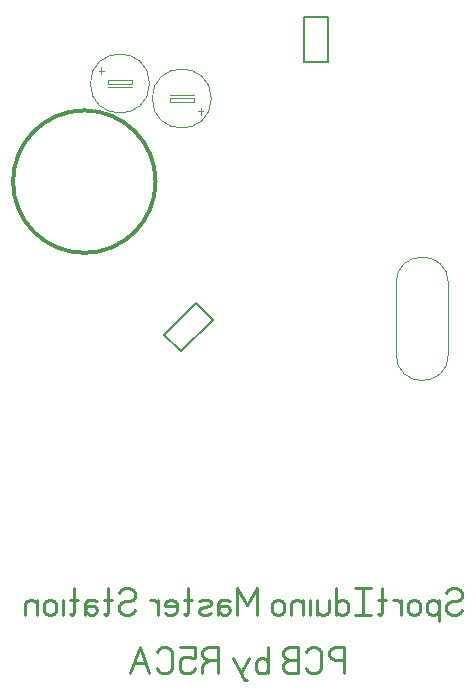
<source format=gbo>
G04 Created by GerbView*
%FSLAX26Y26*%
%MOIN*%
G75*
%ADD10C,0.0010*%
%ADD11C,0.0059*%
%ADD12C,0.0039*%
%ADD13C,0.0118*%
%ADD14C,0.0043*%
%ADD15C,0.0110*%
%LNEXPORT*%
D02*
D10*
D11*
X519169Y-01362559D02*
X574846Y-01418236D01*
X680633Y-01312448D01*
X624956Y-01256771D01*
X519169Y-01362559D01*
D12*
X1465673Y-01428472D02*
Y-01191070D01*
X1290870Y-01428078D02*
Y-01190677D01*
X1290870Y-01427685D02*
G03X1465673Y-01427685I87401J0D01*
G01*
X1465673Y-01427685D02*
X1465673D01*
X1465673Y-01191070D02*
G03X1290870Y-01191070I-00087401J0D01*
G01*
X1290870Y-01191070D02*
X1290870D01*
D13*
X489515Y-00852098D02*
G03X489515Y-00852098I-00237500J0D01*
G01*
D14*
X308082Y-00492472D02*
Y-00471606D01*
X316744Y-00481842D02*
X299421D01*
D12*
X469106Y-00525149D02*
G03X469106Y-00525149I-00098425J0D01*
G01*
X410051Y-00536960D02*
X331311D01*
X410051Y-00525149D02*
X331311D01*
Y-00513338D01*
X410051D01*
Y-00525149D01*
D14*
X639326Y-00607744D02*
Y-00628610D01*
X630665Y-00618374D02*
X647988D01*
D12*
X675153Y-00575066D02*
G03X675153Y-00575066I-00098425J0D01*
G01*
X537358Y-00563255D02*
X616098D01*
X537358Y-00575066D02*
X616098D01*
Y-00586877D01*
X537358D01*
Y-00575066D01*
D11*
X984826Y-00454492D02*
X1063566D01*
Y-00304885D01*
X984826D01*
Y-00454492D01*
D15*
X1510937Y-02278909D02*
X1504374Y-02289842D01*
X1491251Y-02295311D01*
X1478129D01*
X1465003Y-02289842D01*
X1458444Y-02278909D01*
Y-02267972D01*
X1465003Y-02257035D01*
X1478129Y-02251566D01*
X1491251D01*
X1504374Y-02246098D01*
X1510937Y-02235165D01*
Y-02224228D01*
X1504374Y-02213291D01*
X1491251Y-02207822D01*
X1478129D01*
X1465003Y-02213291D01*
X1458444Y-02224228D01*
X1434385Y-02246098D02*
Y-02317185D01*
Y-02278909D02*
X1427822Y-02293125D01*
X1414700Y-02295311D01*
X1401578Y-02293125D01*
X1395015Y-02282188D01*
Y-02260314D01*
X1401578Y-02249381D01*
X1414700Y-02246098D01*
X1427822Y-02249381D01*
X1434385Y-02262503D01*
X1331586Y-02282188D02*
Y-02260314D01*
X1338149Y-02249381D01*
X1351271Y-02246098D01*
X1364393Y-02249381D01*
X1370956Y-02260314D01*
Y-02282188D01*
X1364393Y-02293125D01*
X1351271Y-02295311D01*
X1338149Y-02293125D01*
X1331586Y-02282188D01*
X1307527Y-02295311D02*
Y-02246098D01*
Y-02257035D02*
X1294405Y-02246098D01*
X1281279D01*
X1244098Y-02207822D02*
Y-02289842D01*
X1237535Y-02295311D01*
X1230972Y-02293125D01*
X1257220Y-02246098D02*
X1230972D01*
X1206913Y-02295311D02*
X1154421D01*
X1180665D02*
Y-02207822D01*
X1206913D02*
X1154421D01*
X1090992Y-02295311D02*
Y-02207822D01*
Y-02260314D02*
X1097555Y-02249381D01*
X1110677Y-02246098D01*
X1123799Y-02249381D01*
X1130362Y-02260314D01*
Y-02282188D01*
X1123799Y-02293125D01*
X1110677Y-02295311D01*
X1097555Y-02293125D01*
X1090992Y-02282188D01*
X1027562Y-02246098D02*
Y-02295311D01*
Y-02284377D02*
X1034125Y-02293125D01*
X1047248Y-02295311D01*
X1060370Y-02293125D01*
X1066933Y-02284377D01*
Y-02246098D01*
X1003503Y-02295311D02*
Y-02246098D01*
Y-02229696D02*
X979444Y-02295311D02*
Y-02246098D01*
Y-02257035D02*
X972881Y-02249381D01*
X959759Y-02246098D01*
X946637Y-02249381D01*
X940074Y-02257035D01*
Y-02295311D01*
X876645Y-02282188D02*
Y-02260314D01*
X883208Y-02249381D01*
X896330Y-02246098D01*
X909452Y-02249381D01*
X916015Y-02260314D01*
Y-02282188D01*
X909452Y-02293125D01*
X896330Y-02295311D01*
X883208Y-02293125D01*
X876645Y-02282188D01*
X827216Y-02295311D02*
Y-02207822D01*
X794409Y-02262503D01*
X761598Y-02207822D01*
Y-02295311D01*
X737539Y-02251566D02*
X724417Y-02246098D01*
X708669D01*
X698169Y-02257035D01*
Y-02295311D01*
Y-02278909D02*
X704732Y-02267972D01*
X717854Y-02265783D01*
X730976Y-02267972D01*
X737539Y-02278909D01*
X734913Y-02289842D01*
X724417Y-02295311D01*
X717854D01*
X715228D01*
X704732Y-02289842D01*
X698169Y-02278909D01*
X674110Y-02289842D02*
X660988Y-02295311D01*
X647862D01*
X634740Y-02289842D01*
Y-02278909D01*
X641303Y-02273440D01*
X667547Y-02267972D01*
X674110Y-02262503D01*
Y-02251566D01*
X660988Y-02246098D01*
X647862D01*
X634740Y-02251566D01*
X597559Y-02207822D02*
Y-02289842D01*
X590996Y-02295311D01*
X584433Y-02293125D01*
X610681Y-02246098D02*
X584433D01*
X521003Y-02289842D02*
X531503Y-02295311D01*
X544625D01*
X557748Y-02289842D01*
X560374Y-02278909D01*
Y-02260314D01*
X553811Y-02249381D01*
X540688Y-02246098D01*
X527566Y-02249381D01*
X521003Y-02257035D01*
Y-02267972D01*
X560374D01*
X496944Y-02295311D02*
Y-02246098D01*
Y-02257035D02*
X483822Y-02246098D01*
X470696D01*
X421267Y-02278909D02*
X414704Y-02289842D01*
X401582Y-02295311D01*
X388460D01*
X375334Y-02289842D01*
X368775Y-02278909D01*
Y-02267972D01*
X375334Y-02257035D01*
X388460Y-02251566D01*
X401582D01*
X414704Y-02246098D01*
X421267Y-02235165D01*
Y-02224228D01*
X414704Y-02213291D01*
X401582Y-02207822D01*
X388460D01*
X375334Y-02213291D01*
X368775Y-02224228D01*
X331594Y-02207822D02*
Y-02289842D01*
X325031Y-02295311D01*
X318468Y-02293125D01*
X344716Y-02246098D02*
X318468D01*
X294409Y-02251566D02*
X281287Y-02246098D01*
X265539D01*
X255039Y-02257035D01*
Y-02295311D01*
Y-02278909D02*
X261602Y-02267972D01*
X274724Y-02265783D01*
X287846Y-02267972D01*
X294409Y-02278909D01*
X291783Y-02289842D01*
X281287Y-02295311D01*
X274724D01*
X272098D01*
X261602Y-02289842D01*
X255039Y-02278909D01*
X217858Y-02207822D02*
Y-02289842D01*
X211295Y-02295311D01*
X204732Y-02293125D01*
X230980Y-02246098D02*
X204732D01*
X180673Y-02295311D02*
Y-02246098D01*
Y-02229696D02*
X117244Y-02282188D02*
Y-02260314D01*
X123807Y-02249381D01*
X136929Y-02246098D01*
X150051Y-02249381D01*
X156614Y-02260314D01*
Y-02282188D01*
X150051Y-02293125D01*
X136929Y-02295311D01*
X123807Y-02293125D01*
X117244Y-02282188D01*
X93185Y-02295311D02*
Y-02246098D01*
Y-02257035D02*
X86622Y-02249381D01*
X73500Y-02246098D01*
X60377Y-02249381D01*
X53814Y-02257035D01*
Y-02295311D01*
X1118748Y-02490625D02*
Y-02403133D01*
X1085940D01*
X1072818Y-02408606D01*
X1066255Y-02419539D01*
Y-02430476D01*
X1072818Y-02441413D01*
X1085940Y-02446881D01*
X1118748D01*
X989704Y-02474220D02*
X996267Y-02485157D01*
X1009389Y-02490625D01*
X1022511D01*
X1035637Y-02485157D01*
X1042196Y-02474220D01*
Y-02419539D01*
X1035637Y-02408606D01*
X1022511Y-02403133D01*
X1009389D01*
X996267Y-02408606D01*
X989704Y-02419539D01*
X965645Y-02490625D02*
Y-02403133D01*
X932838D01*
X919716Y-02408606D01*
X913153Y-02419539D01*
Y-02430476D01*
X919716Y-02441413D01*
X932838Y-02446881D01*
X919716Y-02452346D01*
X913153Y-02463283D01*
Y-02474220D01*
X919716Y-02485157D01*
X932838Y-02490625D01*
X965645D01*
Y-02446881D02*
X932838D01*
X863724Y-02490625D02*
Y-02403133D01*
Y-02455629D02*
X857165Y-02444692D01*
X844039Y-02441413D01*
X830917Y-02444692D01*
X824354Y-02455629D01*
Y-02477503D01*
X830917Y-02488437D01*
X844039Y-02490625D01*
X857165Y-02488437D01*
X863724Y-02477503D01*
X800299Y-02441413D02*
X774051Y-02490625D01*
X747803Y-02441413D01*
X774051Y-02490625D02*
X780614Y-02507031D01*
X787173Y-02512496D01*
X793736D01*
X672129Y-02446881D02*
X652444Y-02457818D01*
X645881Y-02468751D01*
Y-02490625D01*
X698377D02*
Y-02403133D01*
X665566D01*
X652444Y-02408606D01*
X645881Y-02419539D01*
Y-02430476D01*
X652444Y-02441413D01*
X665566Y-02446881D01*
X698377D01*
X569330Y-02403133D02*
X621826D01*
Y-02441413D01*
X615263D01*
X602141Y-02435944D01*
X589015D01*
X575893Y-02441413D01*
X569330Y-02452346D01*
Y-02474220D01*
X575893Y-02485157D01*
X589015Y-02490625D01*
X602141D01*
X615263Y-02485157D01*
X621826Y-02474220D01*
X492779D02*
X499342Y-02485157D01*
X512464Y-02490625D01*
X525590D01*
X538712Y-02485157D01*
X545275Y-02474220D01*
Y-02419539D01*
X538712Y-02408606D01*
X525590Y-02403133D01*
X512464D01*
X499342Y-02408606D01*
X492779Y-02419539D01*
X468724Y-02490625D02*
X435913Y-02403133D01*
X403106Y-02490625D01*
X455598Y-02457818D02*
X416228D01*
D02*
M02*

</source>
